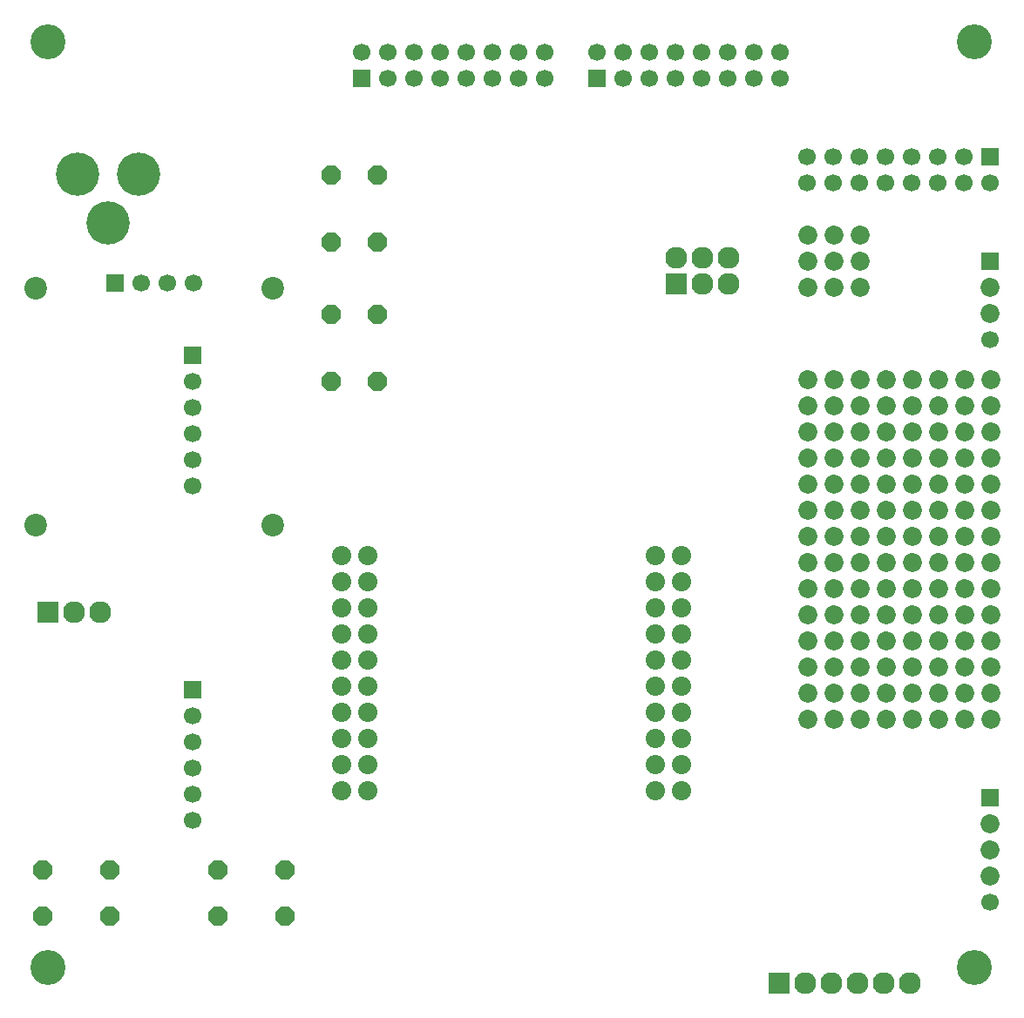
<source format=gbr>
G04 EAGLE Gerber RS-274X export*
G75*
%MOMM*%
%FSLAX34Y34*%
%LPD*%
%INSoldermask Bottom*%
%IPPOS*%
%AMOC8*
5,1,8,0,0,1.08239X$1,22.5*%
G01*
%ADD10C,3.400000*%
%ADD11R,2.130400X2.130400*%
%ADD12C,2.130400*%
%ADD13P,2.002422X8X22.500000*%
%ADD14C,1.876400*%
%ADD15R,1.700000X1.700000*%
%ADD16C,1.700000*%
%ADD17C,1.850000*%
%ADD18C,2.200000*%
%ADD19P,2.002422X8X292.500000*%
%ADD20C,4.200000*%


D10*
X50000Y950000D03*
X950000Y950000D03*
X950000Y50000D03*
X50000Y50000D03*
D11*
X760000Y35000D03*
D12*
X785400Y35000D03*
X810800Y35000D03*
X836200Y35000D03*
X861600Y35000D03*
X887000Y35000D03*
D13*
X215000Y100000D03*
X280000Y100000D03*
X215000Y145000D03*
X280000Y145000D03*
D14*
X360400Y450000D03*
X360400Y424600D03*
X360400Y399200D03*
X360400Y373800D03*
X360400Y348400D03*
X360400Y323000D03*
X360400Y297600D03*
X360400Y272200D03*
X360400Y246800D03*
X360400Y221400D03*
X639800Y221400D03*
X639800Y246800D03*
X639800Y272200D03*
X639800Y297600D03*
X639800Y323000D03*
X639800Y348400D03*
X639800Y373800D03*
X639800Y399200D03*
X639800Y424600D03*
X639800Y450000D03*
X335000Y450000D03*
X335000Y424600D03*
X335000Y399200D03*
X335000Y373800D03*
X335000Y348400D03*
X335000Y323000D03*
X335000Y297600D03*
X335000Y272200D03*
X335000Y246800D03*
X335000Y221400D03*
X665200Y221400D03*
X665200Y246800D03*
X665200Y272200D03*
X665200Y297600D03*
X665200Y323000D03*
X665200Y348400D03*
X665200Y373800D03*
X665200Y399200D03*
X665200Y424600D03*
X665200Y450000D03*
D15*
X190000Y320000D03*
D16*
X190000Y294600D03*
X190000Y269200D03*
X190000Y243800D03*
X190000Y218400D03*
X190000Y193000D03*
D11*
X50000Y395000D03*
D12*
X75400Y395000D03*
X100800Y395000D03*
D13*
X45000Y100000D03*
X110000Y100000D03*
X45000Y145000D03*
X110000Y145000D03*
D15*
X965000Y736500D03*
D17*
X965000Y711100D03*
X965000Y685700D03*
D16*
X965000Y660300D03*
D15*
X965000Y215000D03*
D17*
X965000Y189600D03*
X965000Y164200D03*
X965000Y138800D03*
D16*
X965000Y113400D03*
D15*
X115000Y715000D03*
D16*
X140400Y715000D03*
X165800Y715000D03*
X191200Y715000D03*
D18*
X38000Y710000D03*
X268000Y710000D03*
X38000Y480000D03*
X268000Y480000D03*
D19*
X325000Y820000D03*
X325000Y755000D03*
X370000Y820000D03*
X370000Y755000D03*
D15*
X190000Y645000D03*
D16*
X190000Y619600D03*
X190000Y594200D03*
X190000Y568800D03*
X190000Y543400D03*
X190000Y518000D03*
D20*
X107900Y774000D03*
X137900Y821000D03*
X78900Y821000D03*
D19*
X325000Y685000D03*
X325000Y620000D03*
X370000Y685000D03*
X370000Y620000D03*
D15*
X355000Y914600D03*
D16*
X380400Y914600D03*
X405800Y914600D03*
X431200Y914600D03*
X456600Y914600D03*
X482000Y914600D03*
X507400Y914600D03*
X532800Y914600D03*
X532800Y940000D03*
X507400Y940000D03*
X482000Y940000D03*
X456600Y940000D03*
X431200Y940000D03*
X405800Y940000D03*
X380400Y940000D03*
X355000Y940000D03*
D11*
X660400Y714600D03*
D12*
X660400Y740000D03*
X685800Y714600D03*
X685800Y740000D03*
X711200Y714600D03*
X711200Y740000D03*
D15*
X583600Y914600D03*
D16*
X609000Y914600D03*
X634400Y914600D03*
X659800Y914600D03*
X685200Y914600D03*
X710600Y914600D03*
X736000Y914600D03*
X761400Y914600D03*
X761400Y940000D03*
X736000Y940000D03*
X710600Y940000D03*
X685200Y940000D03*
X659800Y940000D03*
X634400Y940000D03*
X609000Y940000D03*
X583600Y940000D03*
D15*
X965200Y838200D03*
D16*
X939800Y838200D03*
X914400Y838200D03*
X889000Y838200D03*
X863600Y838200D03*
X838200Y838200D03*
X812800Y838200D03*
X787400Y838200D03*
X787400Y812800D03*
X812800Y812800D03*
X838200Y812800D03*
X863600Y812800D03*
X889000Y812800D03*
X914400Y812800D03*
X939800Y812800D03*
X965200Y812800D03*
D17*
X889400Y367600D03*
X889400Y621600D03*
X889400Y596200D03*
X889400Y570800D03*
X889400Y545400D03*
X889400Y520000D03*
X889400Y494600D03*
X889400Y469200D03*
X889400Y443800D03*
X889400Y418400D03*
X889400Y393000D03*
X889400Y342200D03*
X889400Y316800D03*
X889400Y291400D03*
X864000Y367600D03*
X864000Y621600D03*
X864000Y596200D03*
X864000Y570800D03*
X864000Y545400D03*
X864000Y520000D03*
X864000Y494600D03*
X864000Y469200D03*
X864000Y443800D03*
X864000Y418400D03*
X864000Y393000D03*
X864000Y342200D03*
X864000Y316800D03*
X864000Y291400D03*
X965600Y367600D03*
X940200Y367600D03*
X914800Y367600D03*
X965600Y393000D03*
X940200Y393000D03*
X914800Y393000D03*
X965600Y418400D03*
X940200Y418400D03*
X914800Y418400D03*
X965600Y443800D03*
X940200Y443800D03*
X914800Y443800D03*
X965600Y469200D03*
X940200Y469200D03*
X914800Y469200D03*
X965600Y494600D03*
X940200Y494600D03*
X914800Y494600D03*
X965600Y520000D03*
X940200Y520000D03*
X914800Y520000D03*
X965600Y545400D03*
X940200Y545400D03*
X914800Y545400D03*
X965600Y570800D03*
X940200Y570800D03*
X914800Y570800D03*
X965600Y596200D03*
X940200Y596200D03*
X914800Y596200D03*
X965600Y621600D03*
X940200Y621600D03*
X914800Y621600D03*
X838600Y367600D03*
X813200Y367600D03*
X787800Y367600D03*
X838600Y393000D03*
X813200Y393000D03*
X787800Y393000D03*
X838600Y418400D03*
X813200Y418400D03*
X787800Y418400D03*
X838600Y443800D03*
X813200Y443800D03*
X787800Y443800D03*
X838600Y469200D03*
X813200Y469200D03*
X787800Y469200D03*
X838600Y494600D03*
X813200Y494600D03*
X787800Y494600D03*
X838600Y520000D03*
X813200Y520000D03*
X787800Y520000D03*
X838600Y545400D03*
X813200Y545400D03*
X787800Y545400D03*
X838600Y570800D03*
X813200Y570800D03*
X787800Y570800D03*
X838600Y596200D03*
X813200Y596200D03*
X787800Y596200D03*
X838600Y621600D03*
X813200Y621600D03*
X787800Y621600D03*
X838600Y761600D03*
X838600Y736200D03*
X838600Y710800D03*
X813200Y761600D03*
X813200Y736200D03*
X813200Y710800D03*
X787800Y761600D03*
X787800Y736200D03*
X787800Y710800D03*
X838600Y291400D03*
X813200Y291400D03*
X787800Y291400D03*
X838600Y316800D03*
X813200Y316800D03*
X787800Y316800D03*
X838600Y342200D03*
X813200Y342200D03*
X787800Y342200D03*
X965600Y291400D03*
X940200Y291400D03*
X914800Y291400D03*
X965600Y316800D03*
X940200Y316800D03*
X914800Y316800D03*
X965600Y342200D03*
X940200Y342200D03*
X914800Y342200D03*
M02*

</source>
